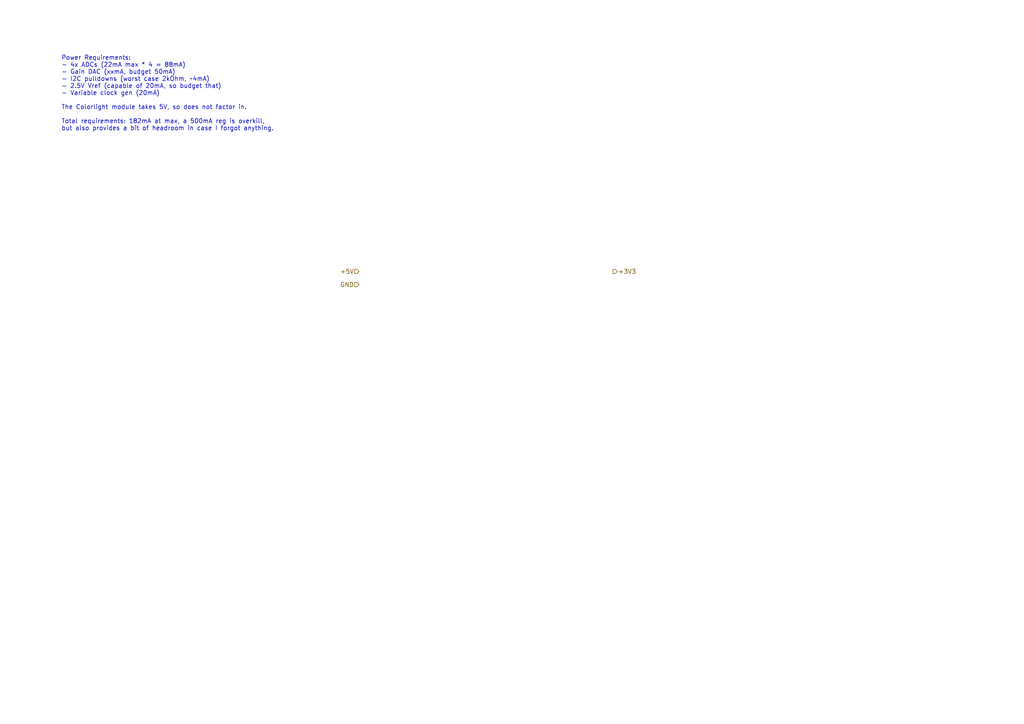
<source format=kicad_sch>
(kicad_sch (version 20211123) (generator eeschema)
  (paper "A4")
  (lib_symbols)
  (text "Power Requirements:\n- 4x ADCs (22mA max * 4 = 88mA)\n- Gain DAC (xxmA, budget 50mA)\n- I2C pulldowns (worst case 2kOhm, ~4mA)\n- 2.5V Vref (capable of 20mA, so budget that)\n- Variable clock gen (20mA)\n\nThe Colorlight module takes 5V, so does not factor in.\n\nTotal requirements: 182mA at max, a 500mA reg is overkill,\nbut also provides a bit of headroom in case I forgot anything." (at 17.78 38.1 0) (effects (font (size 1.27 1.27)) (justify left bottom)))
  (hierarchical_label "+5V" (shape input) (at 104.14 78.74 180))
  (hierarchical_label "+3V3" (shape output) (at 177.8 78.74 0))
  (hierarchical_label "GND" (shape input) (at 104.14 82.55 180))
)
</source>
